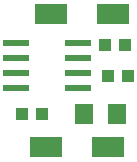
<source format=gbr>
G04 EAGLE Gerber RS-274X export*
G75*
%MOMM*%
%FSLAX34Y34*%
%LPD*%
%INSolderpaste Top*%
%IPPOS*%
%AMOC8*
5,1,8,0,0,1.08239X$1,22.5*%
G01*
%ADD10R,2.750000X1.800000*%
%ADD11R,1.100000X1.000000*%
%ADD12R,1.000000X1.100000*%
%ADD13R,2.209800X0.609600*%
%ADD14R,1.600000X1.803000*%


D10*
X95035Y135255D03*
X147535Y135255D03*
X91225Y22225D03*
X143725Y22225D03*
D11*
X140725Y109220D03*
X157725Y109220D03*
X70875Y50165D03*
X87875Y50165D03*
D12*
X143265Y82550D03*
X160265Y82550D03*
D13*
X65913Y110490D03*
X118237Y110490D03*
X65913Y97790D03*
X65913Y85090D03*
X118237Y97790D03*
X118237Y85090D03*
X65913Y72390D03*
X118237Y72390D03*
D14*
X122940Y50800D03*
X151380Y50800D03*
M02*

</source>
